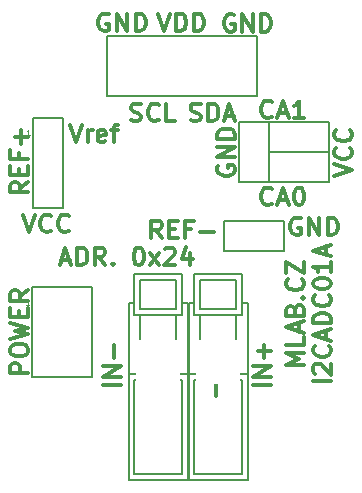
<source format=gbr>
G04 #@! TF.FileFunction,Legend,Top*
%FSLAX46Y46*%
G04 Gerber Fmt 4.6, Leading zero omitted, Abs format (unit mm)*
G04 Created by KiCad (PCBNEW (2015-05-13 BZR 5653)-product) date 10. 9. 2015 8:10:11*
%MOMM*%
G01*
G04 APERTURE LIST*
%ADD10C,0.300000*%
%ADD11C,0.150000*%
%ADD12C,0.050000*%
%ADD13C,0.304800*%
%ADD14R,1.524000X1.524000*%
%ADD15C,6.000000*%
%ADD16R,3.810000X3.810000*%
G04 APERTURE END LIST*
D10*
X19634343Y39815200D02*
X19491486Y39886629D01*
X19277200Y39886629D01*
X19062915Y39815200D01*
X18920057Y39672343D01*
X18848629Y39529486D01*
X18777200Y39243771D01*
X18777200Y39029486D01*
X18848629Y38743771D01*
X18920057Y38600914D01*
X19062915Y38458057D01*
X19277200Y38386629D01*
X19420057Y38386629D01*
X19634343Y38458057D01*
X19705772Y38529486D01*
X19705772Y39029486D01*
X19420057Y39029486D01*
X20348629Y38386629D02*
X20348629Y39886629D01*
X21205772Y38386629D01*
X21205772Y39886629D01*
X21920058Y38386629D02*
X21920058Y39886629D01*
X22277201Y39886629D01*
X22491486Y39815200D01*
X22634344Y39672343D01*
X22705772Y39529486D01*
X22777201Y39243771D01*
X22777201Y39029486D01*
X22705772Y38743771D01*
X22634344Y38600914D01*
X22491486Y38458057D01*
X22277201Y38386629D01*
X21920058Y38386629D01*
X5005286Y19054000D02*
X5719572Y19054000D01*
X4862429Y18625429D02*
X5362429Y20125429D01*
X5862429Y18625429D01*
X6362429Y18625429D02*
X6362429Y20125429D01*
X6719572Y20125429D01*
X6933857Y20054000D01*
X7076715Y19911143D01*
X7148143Y19768286D01*
X7219572Y19482571D01*
X7219572Y19268286D01*
X7148143Y18982571D01*
X7076715Y18839714D01*
X6933857Y18696857D01*
X6719572Y18625429D01*
X6362429Y18625429D01*
X8719572Y18625429D02*
X8219572Y19339714D01*
X7862429Y18625429D02*
X7862429Y20125429D01*
X8433857Y20125429D01*
X8576715Y20054000D01*
X8648143Y19982571D01*
X8719572Y19839714D01*
X8719572Y19625429D01*
X8648143Y19482571D01*
X8576715Y19411143D01*
X8433857Y19339714D01*
X7862429Y19339714D01*
X9362429Y18768286D02*
X9433857Y18696857D01*
X9362429Y18625429D01*
X9291000Y18696857D01*
X9362429Y18768286D01*
X9362429Y18625429D01*
X11505286Y20125429D02*
X11648143Y20125429D01*
X11791000Y20054000D01*
X11862429Y19982571D01*
X11933858Y19839714D01*
X12005286Y19554000D01*
X12005286Y19196857D01*
X11933858Y18911143D01*
X11862429Y18768286D01*
X11791000Y18696857D01*
X11648143Y18625429D01*
X11505286Y18625429D01*
X11362429Y18696857D01*
X11291000Y18768286D01*
X11219572Y18911143D01*
X11148143Y19196857D01*
X11148143Y19554000D01*
X11219572Y19839714D01*
X11291000Y19982571D01*
X11362429Y20054000D01*
X11505286Y20125429D01*
X12505286Y18625429D02*
X13291000Y19625429D01*
X12505286Y19625429D02*
X13291000Y18625429D01*
X13791000Y19982571D02*
X13862429Y20054000D01*
X14005286Y20125429D01*
X14362429Y20125429D01*
X14505286Y20054000D01*
X14576715Y19982571D01*
X14648143Y19839714D01*
X14648143Y19696857D01*
X14576715Y19482571D01*
X13719572Y18625429D01*
X14648143Y18625429D01*
X15933857Y19625429D02*
X15933857Y18625429D01*
X15576714Y20196857D02*
X15219571Y19125429D01*
X16148143Y19125429D01*
X18300000Y27051143D02*
X18228571Y26908286D01*
X18228571Y26694000D01*
X18300000Y26479715D01*
X18442857Y26336857D01*
X18585714Y26265429D01*
X18871429Y26194000D01*
X19085714Y26194000D01*
X19371429Y26265429D01*
X19514286Y26336857D01*
X19657143Y26479715D01*
X19728571Y26694000D01*
X19728571Y26836857D01*
X19657143Y27051143D01*
X19585714Y27122572D01*
X19085714Y27122572D01*
X19085714Y26836857D01*
X19728571Y27765429D02*
X18228571Y27765429D01*
X19728571Y28622572D01*
X18228571Y28622572D01*
X19728571Y29336858D02*
X18228571Y29336858D01*
X18228571Y29694001D01*
X18300000Y29908286D01*
X18442857Y30051144D01*
X18585714Y30122572D01*
X18871429Y30194001D01*
X19085714Y30194001D01*
X19371429Y30122572D01*
X19514286Y30051144D01*
X19657143Y29908286D01*
X19728571Y29694001D01*
X19728571Y29336858D01*
X2202571Y9489714D02*
X702571Y9489714D01*
X702571Y10061142D01*
X774000Y10204000D01*
X845429Y10275428D01*
X988286Y10346857D01*
X1202571Y10346857D01*
X1345429Y10275428D01*
X1416857Y10204000D01*
X1488286Y10061142D01*
X1488286Y9489714D01*
X702571Y11275428D02*
X702571Y11561142D01*
X774000Y11704000D01*
X916857Y11846857D01*
X1202571Y11918285D01*
X1702571Y11918285D01*
X1988286Y11846857D01*
X2131143Y11704000D01*
X2202571Y11561142D01*
X2202571Y11275428D01*
X2131143Y11132571D01*
X1988286Y10989714D01*
X1702571Y10918285D01*
X1202571Y10918285D01*
X916857Y10989714D01*
X774000Y11132571D01*
X702571Y11275428D01*
X702571Y12418286D02*
X2202571Y12775429D01*
X1131143Y13061143D01*
X2202571Y13346857D01*
X702571Y13704000D01*
X1416857Y14275429D02*
X1416857Y14775429D01*
X2202571Y14989715D02*
X2202571Y14275429D01*
X702571Y14275429D01*
X702571Y14989715D01*
X2202571Y16489715D02*
X1488286Y15989715D01*
X2202571Y15632572D02*
X702571Y15632572D01*
X702571Y16204000D01*
X774000Y16346858D01*
X845429Y16418286D01*
X988286Y16489715D01*
X1202571Y16489715D01*
X1345429Y16418286D01*
X1416857Y16346858D01*
X1488286Y16204000D01*
X1488286Y15632572D01*
X27856571Y8799430D02*
X26356571Y8799430D01*
X26499429Y9442287D02*
X26428000Y9513716D01*
X26356571Y9656573D01*
X26356571Y10013716D01*
X26428000Y10156573D01*
X26499429Y10228002D01*
X26642286Y10299430D01*
X26785143Y10299430D01*
X26999429Y10228002D01*
X27856571Y9370859D01*
X27856571Y10299430D01*
X27713714Y11799430D02*
X27785143Y11728001D01*
X27856571Y11513715D01*
X27856571Y11370858D01*
X27785143Y11156573D01*
X27642286Y11013715D01*
X27499429Y10942287D01*
X27213714Y10870858D01*
X26999429Y10870858D01*
X26713714Y10942287D01*
X26570857Y11013715D01*
X26428000Y11156573D01*
X26356571Y11370858D01*
X26356571Y11513715D01*
X26428000Y11728001D01*
X26499429Y11799430D01*
X27428000Y12370858D02*
X27428000Y13085144D01*
X27856571Y12228001D02*
X26356571Y12728001D01*
X27856571Y13228001D01*
X27856571Y13728001D02*
X26356571Y13728001D01*
X26356571Y14085144D01*
X26428000Y14299429D01*
X26570857Y14442287D01*
X26713714Y14513715D01*
X26999429Y14585144D01*
X27213714Y14585144D01*
X27499429Y14513715D01*
X27642286Y14442287D01*
X27785143Y14299429D01*
X27856571Y14085144D01*
X27856571Y13728001D01*
X27713714Y16085144D02*
X27785143Y16013715D01*
X27856571Y15799429D01*
X27856571Y15656572D01*
X27785143Y15442287D01*
X27642286Y15299429D01*
X27499429Y15228001D01*
X27213714Y15156572D01*
X26999429Y15156572D01*
X26713714Y15228001D01*
X26570857Y15299429D01*
X26428000Y15442287D01*
X26356571Y15656572D01*
X26356571Y15799429D01*
X26428000Y16013715D01*
X26499429Y16085144D01*
X26356571Y17013715D02*
X26356571Y17156572D01*
X26428000Y17299429D01*
X26499429Y17370858D01*
X26642286Y17442287D01*
X26928000Y17513715D01*
X27285143Y17513715D01*
X27570857Y17442287D01*
X27713714Y17370858D01*
X27785143Y17299429D01*
X27856571Y17156572D01*
X27856571Y17013715D01*
X27785143Y16870858D01*
X27713714Y16799429D01*
X27570857Y16728001D01*
X27285143Y16656572D01*
X26928000Y16656572D01*
X26642286Y16728001D01*
X26499429Y16799429D01*
X26428000Y16870858D01*
X26356571Y17013715D01*
X27856571Y18942286D02*
X27856571Y18085143D01*
X27856571Y18513715D02*
X26356571Y18513715D01*
X26570857Y18370858D01*
X26713714Y18228000D01*
X26785143Y18085143D01*
X27428000Y19513714D02*
X27428000Y20228000D01*
X27856571Y19370857D02*
X26356571Y19870857D01*
X27856571Y20370857D01*
X25570571Y10156572D02*
X24070571Y10156572D01*
X25142000Y10656572D01*
X24070571Y11156572D01*
X25570571Y11156572D01*
X25570571Y12585144D02*
X25570571Y11870858D01*
X24070571Y11870858D01*
X25142000Y13013715D02*
X25142000Y13728001D01*
X25570571Y12870858D02*
X24070571Y13370858D01*
X25570571Y13870858D01*
X24784857Y14870858D02*
X24856286Y15085144D01*
X24927714Y15156572D01*
X25070571Y15228001D01*
X25284857Y15228001D01*
X25427714Y15156572D01*
X25499143Y15085144D01*
X25570571Y14942286D01*
X25570571Y14370858D01*
X24070571Y14370858D01*
X24070571Y14870858D01*
X24142000Y15013715D01*
X24213429Y15085144D01*
X24356286Y15156572D01*
X24499143Y15156572D01*
X24642000Y15085144D01*
X24713429Y15013715D01*
X24784857Y14870858D01*
X24784857Y14370858D01*
X25427714Y15870858D02*
X25499143Y15942286D01*
X25570571Y15870858D01*
X25499143Y15799429D01*
X25427714Y15870858D01*
X25570571Y15870858D01*
X25427714Y17442287D02*
X25499143Y17370858D01*
X25570571Y17156572D01*
X25570571Y17013715D01*
X25499143Y16799430D01*
X25356286Y16656572D01*
X25213429Y16585144D01*
X24927714Y16513715D01*
X24713429Y16513715D01*
X24427714Y16585144D01*
X24284857Y16656572D01*
X24142000Y16799430D01*
X24070571Y17013715D01*
X24070571Y17156572D01*
X24142000Y17370858D01*
X24213429Y17442287D01*
X24070571Y17942287D02*
X24070571Y18942287D01*
X25570571Y17942287D01*
X25570571Y18942287D01*
X22776571Y8485143D02*
X21276571Y8485143D01*
X22776571Y9199429D02*
X21276571Y9199429D01*
X22776571Y10056572D01*
X21276571Y10056572D01*
X22205143Y10770858D02*
X22205143Y11913715D01*
X22776571Y11342286D02*
X21633714Y11342286D01*
X10076571Y8485143D02*
X8576571Y8485143D01*
X10076571Y9199429D02*
X8576571Y9199429D01*
X10076571Y10056572D01*
X8576571Y10056572D01*
X9505143Y10770858D02*
X9505143Y11913715D01*
X1810000Y22919429D02*
X2310000Y21419429D01*
X2810000Y22919429D01*
X4167143Y21562286D02*
X4095714Y21490857D01*
X3881428Y21419429D01*
X3738571Y21419429D01*
X3524286Y21490857D01*
X3381428Y21633714D01*
X3310000Y21776571D01*
X3238571Y22062286D01*
X3238571Y22276571D01*
X3310000Y22562286D01*
X3381428Y22705143D01*
X3524286Y22848000D01*
X3738571Y22919429D01*
X3881428Y22919429D01*
X4095714Y22848000D01*
X4167143Y22776571D01*
X5667143Y21562286D02*
X5595714Y21490857D01*
X5381428Y21419429D01*
X5238571Y21419429D01*
X5024286Y21490857D01*
X4881428Y21633714D01*
X4810000Y21776571D01*
X4738571Y22062286D01*
X4738571Y22276571D01*
X4810000Y22562286D01*
X4881428Y22705143D01*
X5024286Y22848000D01*
X5238571Y22919429D01*
X5381428Y22919429D01*
X5595714Y22848000D01*
X5667143Y22776571D01*
X2202571Y25646286D02*
X1488286Y25146286D01*
X2202571Y24789143D02*
X702571Y24789143D01*
X702571Y25360571D01*
X774000Y25503429D01*
X845429Y25574857D01*
X988286Y25646286D01*
X1202571Y25646286D01*
X1345429Y25574857D01*
X1416857Y25503429D01*
X1488286Y25360571D01*
X1488286Y24789143D01*
X1416857Y26289143D02*
X1416857Y26789143D01*
X2202571Y27003429D02*
X2202571Y26289143D01*
X702571Y26289143D01*
X702571Y27003429D01*
X1416857Y28146286D02*
X1416857Y27646286D01*
X2202571Y27646286D02*
X702571Y27646286D01*
X702571Y28360572D01*
X1631143Y28932000D02*
X1631143Y30074857D01*
X2202571Y29503428D02*
X1059714Y29503428D01*
X5730857Y30539429D02*
X6230857Y29039429D01*
X6730857Y30539429D01*
X7230857Y29039429D02*
X7230857Y30039429D01*
X7230857Y29753714D02*
X7302285Y29896571D01*
X7373714Y29968000D01*
X7516571Y30039429D01*
X7659428Y30039429D01*
X8730856Y29110857D02*
X8587999Y29039429D01*
X8302285Y29039429D01*
X8159428Y29110857D01*
X8087999Y29253714D01*
X8087999Y29825143D01*
X8159428Y29968000D01*
X8302285Y30039429D01*
X8587999Y30039429D01*
X8730856Y29968000D01*
X8802285Y29825143D01*
X8802285Y29682286D01*
X8087999Y29539429D01*
X9230856Y30039429D02*
X9802285Y30039429D01*
X9445142Y29039429D02*
X9445142Y30325143D01*
X9516570Y30468000D01*
X9659428Y30539429D01*
X9802285Y30539429D01*
X22856144Y31214286D02*
X22784715Y31142857D01*
X22570429Y31071429D01*
X22427572Y31071429D01*
X22213287Y31142857D01*
X22070429Y31285714D01*
X21999001Y31428571D01*
X21927572Y31714286D01*
X21927572Y31928571D01*
X21999001Y32214286D01*
X22070429Y32357143D01*
X22213287Y32500000D01*
X22427572Y32571429D01*
X22570429Y32571429D01*
X22784715Y32500000D01*
X22856144Y32428571D01*
X23427572Y31500000D02*
X24141858Y31500000D01*
X23284715Y31071429D02*
X23784715Y32571429D01*
X24284715Y31071429D01*
X25570429Y31071429D02*
X24713286Y31071429D01*
X25141858Y31071429D02*
X25141858Y32571429D01*
X24999001Y32357143D01*
X24856143Y32214286D01*
X24713286Y32142857D01*
X25273143Y22594000D02*
X25130286Y22665429D01*
X24916000Y22665429D01*
X24701715Y22594000D01*
X24558857Y22451143D01*
X24487429Y22308286D01*
X24416000Y22022571D01*
X24416000Y21808286D01*
X24487429Y21522571D01*
X24558857Y21379714D01*
X24701715Y21236857D01*
X24916000Y21165429D01*
X25058857Y21165429D01*
X25273143Y21236857D01*
X25344572Y21308286D01*
X25344572Y21808286D01*
X25058857Y21808286D01*
X25987429Y21165429D02*
X25987429Y22665429D01*
X26844572Y21165429D01*
X26844572Y22665429D01*
X27558858Y21165429D02*
X27558858Y22665429D01*
X27916001Y22665429D01*
X28130286Y22594000D01*
X28273144Y22451143D01*
X28344572Y22308286D01*
X28416001Y22022571D01*
X28416001Y21808286D01*
X28344572Y21522571D01*
X28273144Y21379714D01*
X28130286Y21236857D01*
X27916001Y21165429D01*
X27558858Y21165429D01*
X28134571Y26194000D02*
X29634571Y26694000D01*
X28134571Y27194000D01*
X29491714Y28551143D02*
X29563143Y28479714D01*
X29634571Y28265428D01*
X29634571Y28122571D01*
X29563143Y27908286D01*
X29420286Y27765428D01*
X29277429Y27694000D01*
X28991714Y27622571D01*
X28777429Y27622571D01*
X28491714Y27694000D01*
X28348857Y27765428D01*
X28206000Y27908286D01*
X28134571Y28122571D01*
X28134571Y28265428D01*
X28206000Y28479714D01*
X28277429Y28551143D01*
X29491714Y30051143D02*
X29563143Y29979714D01*
X29634571Y29765428D01*
X29634571Y29622571D01*
X29563143Y29408286D01*
X29420286Y29265428D01*
X29277429Y29194000D01*
X28991714Y29122571D01*
X28777429Y29122571D01*
X28491714Y29194000D01*
X28348857Y29265428D01*
X28206000Y29408286D01*
X28134571Y29622571D01*
X28134571Y29765428D01*
X28206000Y29979714D01*
X28277429Y30051143D01*
X22856144Y23848286D02*
X22784715Y23776857D01*
X22570429Y23705429D01*
X22427572Y23705429D01*
X22213287Y23776857D01*
X22070429Y23919714D01*
X21999001Y24062571D01*
X21927572Y24348286D01*
X21927572Y24562571D01*
X21999001Y24848286D01*
X22070429Y24991143D01*
X22213287Y25134000D01*
X22427572Y25205429D01*
X22570429Y25205429D01*
X22784715Y25134000D01*
X22856144Y25062571D01*
X23427572Y24134000D02*
X24141858Y24134000D01*
X23284715Y23705429D02*
X23784715Y25205429D01*
X24284715Y23705429D01*
X25070429Y25205429D02*
X25213286Y25205429D01*
X25356143Y25134000D01*
X25427572Y25062571D01*
X25499001Y24919714D01*
X25570429Y24634000D01*
X25570429Y24276857D01*
X25499001Y23991143D01*
X25427572Y23848286D01*
X25356143Y23776857D01*
X25213286Y23705429D01*
X25070429Y23705429D01*
X24927572Y23776857D01*
X24856143Y23848286D01*
X24784715Y23991143D01*
X24713286Y24276857D01*
X24713286Y24634000D01*
X24784715Y24919714D01*
X24856143Y25062571D01*
X24927572Y25134000D01*
X25070429Y25205429D01*
X13502286Y20911429D02*
X13002286Y21625714D01*
X12645143Y20911429D02*
X12645143Y22411429D01*
X13216571Y22411429D01*
X13359429Y22340000D01*
X13430857Y22268571D01*
X13502286Y22125714D01*
X13502286Y21911429D01*
X13430857Y21768571D01*
X13359429Y21697143D01*
X13216571Y21625714D01*
X12645143Y21625714D01*
X14145143Y21697143D02*
X14645143Y21697143D01*
X14859429Y20911429D02*
X14145143Y20911429D01*
X14145143Y22411429D01*
X14859429Y22411429D01*
X16002286Y21697143D02*
X15502286Y21697143D01*
X15502286Y20911429D02*
X15502286Y22411429D01*
X16216572Y22411429D01*
X16788000Y21482857D02*
X17930857Y21482857D01*
X15958572Y30888857D02*
X16172858Y30817429D01*
X16530001Y30817429D01*
X16672858Y30888857D01*
X16744287Y30960286D01*
X16815715Y31103143D01*
X16815715Y31246000D01*
X16744287Y31388857D01*
X16672858Y31460286D01*
X16530001Y31531714D01*
X16244287Y31603143D01*
X16101429Y31674571D01*
X16030001Y31746000D01*
X15958572Y31888857D01*
X15958572Y32031714D01*
X16030001Y32174571D01*
X16101429Y32246000D01*
X16244287Y32317429D01*
X16601429Y32317429D01*
X16815715Y32246000D01*
X17458572Y30817429D02*
X17458572Y32317429D01*
X17815715Y32317429D01*
X18030000Y32246000D01*
X18172858Y32103143D01*
X18244286Y31960286D01*
X18315715Y31674571D01*
X18315715Y31460286D01*
X18244286Y31174571D01*
X18172858Y31031714D01*
X18030000Y30888857D01*
X17815715Y30817429D01*
X17458572Y30817429D01*
X18887143Y31246000D02*
X19601429Y31246000D01*
X18744286Y30817429D02*
X19244286Y32317429D01*
X19744286Y30817429D01*
X13240000Y39937429D02*
X13740000Y38437429D01*
X14240000Y39937429D01*
X14740000Y38437429D02*
X14740000Y39937429D01*
X15097143Y39937429D01*
X15311428Y39866000D01*
X15454286Y39723143D01*
X15525714Y39580286D01*
X15597143Y39294571D01*
X15597143Y39080286D01*
X15525714Y38794571D01*
X15454286Y38651714D01*
X15311428Y38508857D01*
X15097143Y38437429D01*
X14740000Y38437429D01*
X16240000Y38437429D02*
X16240000Y39937429D01*
X16597143Y39937429D01*
X16811428Y39866000D01*
X16954286Y39723143D01*
X17025714Y39580286D01*
X17097143Y39294571D01*
X17097143Y39080286D01*
X17025714Y38794571D01*
X16954286Y38651714D01*
X16811428Y38508857D01*
X16597143Y38437429D01*
X16240000Y38437429D01*
X10914286Y30888857D02*
X11128572Y30817429D01*
X11485715Y30817429D01*
X11628572Y30888857D01*
X11700001Y30960286D01*
X11771429Y31103143D01*
X11771429Y31246000D01*
X11700001Y31388857D01*
X11628572Y31460286D01*
X11485715Y31531714D01*
X11200001Y31603143D01*
X11057143Y31674571D01*
X10985715Y31746000D01*
X10914286Y31888857D01*
X10914286Y32031714D01*
X10985715Y32174571D01*
X11057143Y32246000D01*
X11200001Y32317429D01*
X11557143Y32317429D01*
X11771429Y32246000D01*
X13271429Y30960286D02*
X13200000Y30888857D01*
X12985714Y30817429D01*
X12842857Y30817429D01*
X12628572Y30888857D01*
X12485714Y31031714D01*
X12414286Y31174571D01*
X12342857Y31460286D01*
X12342857Y31674571D01*
X12414286Y31960286D01*
X12485714Y32103143D01*
X12628572Y32246000D01*
X12842857Y32317429D01*
X12985714Y32317429D01*
X13200000Y32246000D01*
X13271429Y32174571D01*
X14628572Y30817429D02*
X13914286Y30817429D01*
X13914286Y32317429D01*
X9017143Y39866000D02*
X8874286Y39937429D01*
X8660000Y39937429D01*
X8445715Y39866000D01*
X8302857Y39723143D01*
X8231429Y39580286D01*
X8160000Y39294571D01*
X8160000Y39080286D01*
X8231429Y38794571D01*
X8302857Y38651714D01*
X8445715Y38508857D01*
X8660000Y38437429D01*
X8802857Y38437429D01*
X9017143Y38508857D01*
X9088572Y38580286D01*
X9088572Y39080286D01*
X8802857Y39080286D01*
X9731429Y38437429D02*
X9731429Y39937429D01*
X10588572Y38437429D01*
X10588572Y39937429D01*
X11302858Y38437429D02*
X11302858Y39937429D01*
X11660001Y39937429D01*
X11874286Y39866000D01*
X12017144Y39723143D01*
X12088572Y39580286D01*
X12160001Y39294571D01*
X12160001Y39080286D01*
X12088572Y38794571D01*
X12017144Y38651714D01*
X11874286Y38508857D01*
X11660001Y38437429D01*
X11302858Y38437429D01*
D11*
X2540000Y16764000D02*
X7620000Y16764000D01*
X7620000Y16764000D02*
X7620000Y9144000D01*
X7620000Y9144000D02*
X2540000Y9144000D01*
X2540000Y9144000D02*
X2540000Y16764000D01*
X23876000Y19812000D02*
X18796000Y19812000D01*
X18796000Y19812000D02*
X18796000Y22352000D01*
X18796000Y22352000D02*
X23876000Y22352000D01*
X23876000Y22352000D02*
X23876000Y19812000D01*
X27686000Y25654000D02*
X22606000Y25654000D01*
X22606000Y25654000D02*
X22606000Y28194000D01*
X22606000Y28194000D02*
X27686000Y28194000D01*
X27686000Y28194000D02*
X27686000Y25654000D01*
X27686000Y28194000D02*
X22606000Y28194000D01*
X22606000Y28194000D02*
X22606000Y30734000D01*
X22606000Y30734000D02*
X27686000Y30734000D01*
X27686000Y30734000D02*
X27686000Y28194000D01*
X21590000Y38036500D02*
X21590000Y32956500D01*
X21590000Y32956500D02*
X8890000Y32956500D01*
X8890000Y32956500D02*
X8890000Y38036500D01*
X8890000Y38036500D02*
X21590000Y38036500D01*
X20788000Y15414000D02*
X20288000Y15414000D01*
X16288000Y15414000D02*
X15788000Y15414000D01*
X20788100Y9414000D02*
X15787900Y9414000D01*
X20788100Y414000D02*
X15787900Y414000D01*
X19789000Y17414000D02*
X16787000Y17414000D01*
X19789000Y14914100D02*
X16787000Y14914100D01*
X16288000Y17914100D02*
X20288000Y17914100D01*
X16288000Y14414000D02*
X20288000Y14414000D01*
X19788100Y11414000D02*
X16787900Y11414000D01*
X16288000Y8913900D02*
X20288000Y8913900D01*
X20288000Y913900D02*
X16288000Y913900D01*
X19288000Y8913900D02*
X19288000Y9414000D01*
X19788000Y14914100D02*
X19788000Y17414000D01*
X20288000Y14414000D02*
X20288000Y17914100D01*
X17288000Y8913900D02*
X17288000Y9414000D01*
X16788000Y14914100D02*
X16788000Y17414000D01*
X16288000Y14414000D02*
X16288000Y17915000D01*
X19788000Y11414000D02*
X19788000Y14414000D01*
X20288000Y913900D02*
X20288000Y8913900D01*
X20788000Y9414000D02*
X20788000Y15414000D01*
X16788000Y11414000D02*
X16788000Y14414000D01*
X16288000Y913900D02*
X16288000Y8913900D01*
X15788000Y9414000D02*
X15788000Y15414000D01*
X20788000Y9414000D02*
X20788000Y414000D01*
X15788000Y414000D02*
X15788000Y9414000D01*
X15708000Y15414000D02*
X15208000Y15414000D01*
X11208000Y15414000D02*
X10708000Y15414000D01*
X15708100Y9414000D02*
X10707900Y9414000D01*
X15708100Y414000D02*
X10707900Y414000D01*
X14709000Y17414000D02*
X11707000Y17414000D01*
X14709000Y14914100D02*
X11707000Y14914100D01*
X11208000Y17914100D02*
X15208000Y17914100D01*
X11208000Y14414000D02*
X15208000Y14414000D01*
X14708100Y11414000D02*
X11707900Y11414000D01*
X11208000Y8913900D02*
X15208000Y8913900D01*
X15208000Y913900D02*
X11208000Y913900D01*
X14208000Y8913900D02*
X14208000Y9414000D01*
X14708000Y14914100D02*
X14708000Y17414000D01*
X15208000Y14414000D02*
X15208000Y17914100D01*
X12208000Y8913900D02*
X12208000Y9414000D01*
X11708000Y14914100D02*
X11708000Y17414000D01*
X11208000Y14414000D02*
X11208000Y17915000D01*
X14708000Y11414000D02*
X14708000Y14414000D01*
X15208000Y913900D02*
X15208000Y8913900D01*
X15708000Y9414000D02*
X15708000Y15414000D01*
X11708000Y11414000D02*
X11708000Y14414000D01*
X11208000Y913900D02*
X11208000Y8913900D01*
X10708000Y9414000D02*
X10708000Y15414000D01*
X15708000Y9414000D02*
X15708000Y414000D01*
X10708000Y414000D02*
X10708000Y9414000D01*
X2603500Y31115000D02*
X5143500Y31115000D01*
X5143500Y31115000D02*
X5143500Y23495000D01*
X5143500Y23495000D02*
X2603500Y23495000D01*
X2603500Y23495000D02*
X2603500Y31115000D01*
X20066000Y25654000D02*
X20066000Y30734000D01*
X20066000Y30734000D02*
X22606000Y30734000D01*
X22606000Y30734000D02*
X22606000Y25654000D01*
X22606000Y25654000D02*
X20066000Y25654000D01*
D12*
X2301857Y15267810D02*
X2016143Y15267810D01*
X2159000Y15267810D02*
X2159000Y15767810D01*
X2111381Y15696381D01*
X2063762Y15648762D01*
X2016143Y15624952D01*
D13*
X18106571Y7547429D02*
X18106571Y8708572D01*
D12*
X2365357Y29618810D02*
X2079643Y29618810D01*
X2222500Y29618810D02*
X2222500Y30118810D01*
X2174881Y30047381D01*
X2127262Y29999762D01*
X2079643Y29975952D01*
%LPC*%
D14*
X3810000Y15494000D03*
X6350000Y15494000D03*
X3810000Y12954000D03*
X6350000Y12954000D03*
X3810000Y10414000D03*
X6350000Y10414000D03*
X22606000Y21082000D03*
X20066000Y21082000D03*
X26416000Y26924000D03*
X23876000Y26924000D03*
X26416000Y29464000D03*
X23876000Y29464000D03*
X20320000Y36766500D03*
X20320000Y34226500D03*
X17780000Y36766500D03*
X17780000Y34226500D03*
X15240000Y36766500D03*
X15240000Y34226500D03*
X12700000Y36766500D03*
X12700000Y34226500D03*
X10160000Y36766500D03*
X10160000Y34226500D03*
D15*
X5080000Y35560000D03*
X25400000Y5080000D03*
X25400000Y35560000D03*
X5080000Y5080000D03*
D16*
X18288000Y5414000D03*
X18288000Y10414000D03*
X13208000Y5414000D03*
X13208000Y10414000D03*
D14*
X3873500Y24765000D03*
X3873500Y27305000D03*
X3873500Y29845000D03*
X21336000Y26924000D03*
X21336000Y29464000D03*
M02*

</source>
